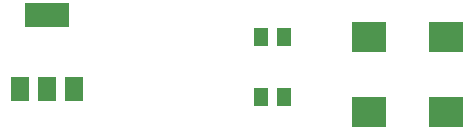
<source format=gbr>
G04 EAGLE Gerber RS-274X export*
G75*
%MOMM*%
%FSLAX34Y34*%
%LPD*%
%INSolderpaste Top*%
%IPPOS*%
%AMOC8*
5,1,8,0,0,1.08239X$1,22.5*%
G01*
%ADD10R,2.900000X2.500000*%
%ADD11R,1.500000X2.000000*%
%ADD12R,3.800000X2.000000*%
%ADD13R,1.300000X1.600000*%
%ADD14R,1.300000X1.500000*%


D10*
X451600Y190500D03*
X386600Y190500D03*
X451600Y254000D03*
X386600Y254000D03*
D11*
X91300Y209800D03*
X114300Y209800D03*
X137300Y209800D03*
D12*
X114300Y272800D03*
D13*
X295300Y203200D03*
X314300Y203200D03*
D14*
X295300Y254000D03*
X314300Y254000D03*
M02*

</source>
